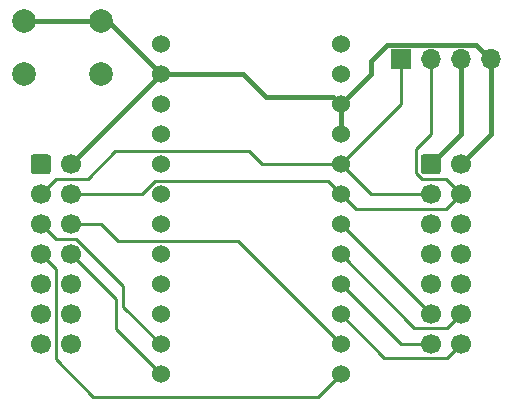
<source format=gbr>
%TF.GenerationSoftware,KiCad,Pcbnew,(5.1.10-1-10_14)*%
%TF.CreationDate,2021-11-08T13:35:50+08:00*%
%TF.ProjectId,Pragmatic,50726167-6d61-4746-9963-2e6b69636164,V0.1*%
%TF.SameCoordinates,Original*%
%TF.FileFunction,Copper,L2,Bot*%
%TF.FilePolarity,Positive*%
%FSLAX46Y46*%
G04 Gerber Fmt 4.6, Leading zero omitted, Abs format (unit mm)*
G04 Created by KiCad (PCBNEW (5.1.10-1-10_14)) date 2021-11-08 13:35:50*
%MOMM*%
%LPD*%
G01*
G04 APERTURE LIST*
%TA.AperFunction,ComponentPad*%
%ADD10O,1.700000X1.700000*%
%TD*%
%TA.AperFunction,ComponentPad*%
%ADD11R,1.700000X1.700000*%
%TD*%
%TA.AperFunction,ComponentPad*%
%ADD12C,2.000000*%
%TD*%
%TA.AperFunction,ComponentPad*%
%ADD13C,1.524000*%
%TD*%
%TA.AperFunction,ComponentPad*%
%ADD14C,1.700000*%
%TD*%
%TA.AperFunction,Conductor*%
%ADD15C,0.250000*%
%TD*%
%TA.AperFunction,Conductor*%
%ADD16C,0.400000*%
%TD*%
G04 APERTURE END LIST*
D10*
%TO.P,J3,4*%
%TO.N,Ground*%
X160020000Y-50800000D03*
%TO.P,J3,3*%
%TO.N,VCC*%
X157480000Y-50800000D03*
%TO.P,J3,2*%
%TO.N,Row2*%
X154940000Y-50800000D03*
D11*
%TO.P,J3,1*%
%TO.N,Row1*%
X152400000Y-50800000D03*
%TD*%
D12*
%TO.P,SW1,1*%
%TO.N,Reset*%
X120500000Y-52070000D03*
%TO.P,SW1,2*%
%TO.N,Ground*%
X120500000Y-47570000D03*
%TO.P,SW1,1*%
%TO.N,Reset*%
X127000000Y-52070000D03*
%TO.P,SW1,2*%
%TO.N,Ground*%
X127000000Y-47570000D03*
%TD*%
D13*
%TO.P,U1,24*%
%TO.N,Net-(U1-Pad24)*%
X132080000Y-49530000D03*
%TO.P,U1,23*%
%TO.N,Ground*%
X132080000Y-52070000D03*
%TO.P,U1,22*%
%TO.N,Reset*%
X132080000Y-54610000D03*
%TO.P,U1,21*%
%TO.N,VCC*%
X132080000Y-57150000D03*
%TO.P,U1,20*%
%TO.N,Col1*%
X132080000Y-59690000D03*
%TO.P,U1,19*%
%TO.N,Col2*%
X132080000Y-62230000D03*
%TO.P,U1,18*%
%TO.N,Col3*%
X132080000Y-64770000D03*
%TO.P,U1,17*%
%TO.N,Col4*%
X132080000Y-67310000D03*
%TO.P,U1,16*%
%TO.N,Col5*%
X132080000Y-69850000D03*
%TO.P,U1,15*%
%TO.N,Col6*%
X132080000Y-72390000D03*
%TO.P,U1,14*%
%TO.N,Row3*%
X132080000Y-74930000D03*
%TO.P,U1,13*%
%TO.N,Row6*%
X132080000Y-77470000D03*
%TO.P,U1,12*%
%TO.N,Row5*%
X147300000Y-77470000D03*
%TO.P,U1,11*%
%TO.N,Row4*%
X147300000Y-74930000D03*
%TO.P,U1,10*%
%TO.N,Col12*%
X147300000Y-72390000D03*
%TO.P,U1,9*%
%TO.N,Col11*%
X147300000Y-69850000D03*
%TO.P,U1,8*%
%TO.N,Col10*%
X147300000Y-67310000D03*
%TO.P,U1,7*%
%TO.N,Col9*%
X147300000Y-64770000D03*
%TO.P,U1,6*%
%TO.N,Row2*%
X147300000Y-62230000D03*
%TO.P,U1,5*%
%TO.N,Row1*%
X147300000Y-59690000D03*
%TO.P,U1,4*%
%TO.N,Ground*%
X147300000Y-57150000D03*
%TO.P,U1,3*%
X147300000Y-54610000D03*
%TO.P,U1,2*%
%TO.N,Col8*%
X147300000Y-52070000D03*
%TO.P,U1,1*%
%TO.N,Col7*%
X147300000Y-49530000D03*
%TD*%
D14*
%TO.P,J2,14*%
%TO.N,Col12*%
X157480000Y-74930000D03*
%TO.P,J2,12*%
%TO.N,Col10*%
X157480000Y-72390000D03*
%TO.P,J2,10*%
%TO.N,Col8*%
X157480000Y-69850000D03*
%TO.P,J2,8*%
%TO.N,Row6*%
X157480000Y-67310000D03*
%TO.P,J2,6*%
%TO.N,Row4*%
X157480000Y-64770000D03*
%TO.P,J2,4*%
%TO.N,Row2*%
X157480000Y-62230000D03*
%TO.P,J2,2*%
%TO.N,Ground*%
X157480000Y-59690000D03*
%TO.P,J2,13*%
%TO.N,Col11*%
X154940000Y-74930000D03*
%TO.P,J2,11*%
%TO.N,Col9*%
X154940000Y-72390000D03*
%TO.P,J2,9*%
%TO.N,Col7*%
X154940000Y-69850000D03*
%TO.P,J2,7*%
%TO.N,Row5*%
X154940000Y-67310000D03*
%TO.P,J2,5*%
%TO.N,Row3*%
X154940000Y-64770000D03*
%TO.P,J2,3*%
%TO.N,Row1*%
X154940000Y-62230000D03*
%TO.P,J2,1*%
%TO.N,VCC*%
%TA.AperFunction,ComponentPad*%
G36*
G01*
X154090000Y-60290000D02*
X154090000Y-59090000D01*
G75*
G02*
X154340000Y-58840000I250000J0D01*
G01*
X155540000Y-58840000D01*
G75*
G02*
X155790000Y-59090000I0J-250000D01*
G01*
X155790000Y-60290000D01*
G75*
G02*
X155540000Y-60540000I-250000J0D01*
G01*
X154340000Y-60540000D01*
G75*
G02*
X154090000Y-60290000I0J250000D01*
G01*
G37*
%TD.AperFunction*%
%TD*%
%TO.P,J1,14*%
%TO.N,Col6*%
X124460000Y-74930000D03*
%TO.P,J1,12*%
%TO.N,Col4*%
X124460000Y-72390000D03*
%TO.P,J1,10*%
%TO.N,Col2*%
X124460000Y-69850000D03*
%TO.P,J1,8*%
%TO.N,Row6*%
X124460000Y-67310000D03*
%TO.P,J1,6*%
%TO.N,Row4*%
X124460000Y-64770000D03*
%TO.P,J1,4*%
%TO.N,Row2*%
X124460000Y-62230000D03*
%TO.P,J1,2*%
%TO.N,Ground*%
X124460000Y-59690000D03*
%TO.P,J1,13*%
%TO.N,Col5*%
X121920000Y-74930000D03*
%TO.P,J1,11*%
%TO.N,Col3*%
X121920000Y-72390000D03*
%TO.P,J1,9*%
%TO.N,Col1*%
X121920000Y-69850000D03*
%TO.P,J1,7*%
%TO.N,Row5*%
X121920000Y-67310000D03*
%TO.P,J1,5*%
%TO.N,Row3*%
X121920000Y-64770000D03*
%TO.P,J1,3*%
%TO.N,Row1*%
X121920000Y-62230000D03*
%TO.P,J1,1*%
%TO.N,VCC*%
%TA.AperFunction,ComponentPad*%
G36*
G01*
X121070000Y-60290000D02*
X121070000Y-59090000D01*
G75*
G02*
X121320000Y-58840000I250000J0D01*
G01*
X122520000Y-58840000D01*
G75*
G02*
X122770000Y-59090000I0J-250000D01*
G01*
X122770000Y-60290000D01*
G75*
G02*
X122520000Y-60540000I-250000J0D01*
G01*
X121320000Y-60540000D01*
G75*
G02*
X121070000Y-60290000I0J250000D01*
G01*
G37*
%TD.AperFunction*%
%TD*%
D15*
%TO.N,Row1*%
X152400000Y-54590000D02*
X152400000Y-50800000D01*
X147300000Y-59690000D02*
X152400000Y-54590000D01*
X149840000Y-62230000D02*
X147300000Y-59690000D01*
X154940000Y-62230000D02*
X149840000Y-62230000D01*
X140642500Y-59690000D02*
X147300000Y-59690000D01*
X139555499Y-58602999D02*
X140642500Y-59690000D01*
X123190000Y-60960000D02*
X125878119Y-60960000D01*
X128235120Y-58602999D02*
X139555499Y-58602999D01*
X125878119Y-60960000D02*
X128235120Y-58602999D01*
X121920000Y-62230000D02*
X123190000Y-60960000D01*
D16*
%TO.N,Ground*%
X127580000Y-47570000D02*
X127000000Y-47570000D01*
X132080000Y-52070000D02*
X127580000Y-47570000D01*
X127000000Y-47570000D02*
X120500000Y-47570000D01*
X147300000Y-54610000D02*
X147300000Y-57150000D01*
X132080000Y-52070000D02*
X124460000Y-59690000D01*
X160020000Y-57150000D02*
X157480000Y-59690000D01*
X160020000Y-50800000D02*
X160020000Y-57150000D01*
X151229999Y-49549999D02*
X158769999Y-49549999D01*
X149860000Y-50919998D02*
X151229999Y-49549999D01*
X149860000Y-52050000D02*
X149860000Y-50919998D01*
X158769999Y-49549999D02*
X160020000Y-50800000D01*
X147300000Y-54610000D02*
X149860000Y-52050000D01*
X146665000Y-53975000D02*
X147300000Y-54610000D01*
X139065000Y-52070000D02*
X140970000Y-53975000D01*
X140970000Y-53975000D02*
X146665000Y-53975000D01*
X132080000Y-52070000D02*
X139065000Y-52070000D01*
%TO.N,VCC*%
X157480000Y-57150000D02*
X154940000Y-59690000D01*
X157480000Y-50800000D02*
X157480000Y-57150000D01*
D15*
%TO.N,Col9*%
X154920000Y-72390000D02*
X154940000Y-72390000D01*
X147300000Y-64770000D02*
X154920000Y-72390000D01*
%TO.N,Row3*%
X123190000Y-66040000D02*
X121920000Y-64770000D01*
X124929002Y-66040000D02*
X123190000Y-66040000D01*
X128905000Y-70015998D02*
X124929002Y-66040000D01*
X128905000Y-71755000D02*
X128905000Y-70015998D01*
X132080000Y-74930000D02*
X128905000Y-71755000D01*
%TO.N,Row5*%
X126365000Y-79375000D02*
X145395000Y-79375000D01*
X145395000Y-79375000D02*
X147300000Y-77470000D01*
X123190000Y-76200000D02*
X126365000Y-79375000D01*
X123190000Y-68580000D02*
X123190000Y-76200000D01*
X121920000Y-67310000D02*
X123190000Y-68580000D01*
%TO.N,Row6*%
X128270000Y-71120000D02*
X124460000Y-67310000D01*
X128270000Y-73660000D02*
X128270000Y-71120000D01*
X132080000Y-77470000D02*
X128270000Y-73660000D01*
%TO.N,Row4*%
X138592999Y-66222999D02*
X147300000Y-74930000D01*
X128452999Y-66222999D02*
X138592999Y-66222999D01*
X127000000Y-64770000D02*
X128452999Y-66222999D01*
X124460000Y-64770000D02*
X127000000Y-64770000D01*
%TO.N,Row2*%
X154940000Y-57150000D02*
X154940000Y-50800000D01*
X153670000Y-60433190D02*
X153670000Y-58420000D01*
X153670000Y-58420000D02*
X154940000Y-57150000D01*
X154196810Y-60960000D02*
X153670000Y-60433190D01*
X156210000Y-60960000D02*
X154196810Y-60960000D01*
X157480000Y-62230000D02*
X156210000Y-60960000D01*
X148570000Y-63500000D02*
X147300000Y-62230000D01*
X156210000Y-63500000D02*
X148570000Y-63500000D01*
X157480000Y-62230000D02*
X156210000Y-63500000D01*
X146212999Y-61142999D02*
X147300000Y-62230000D01*
X131558239Y-61142999D02*
X146212999Y-61142999D01*
X130471238Y-62230000D02*
X131558239Y-61142999D01*
X124460000Y-62230000D02*
X130471238Y-62230000D01*
%TO.N,Col12*%
X156304999Y-76105001D02*
X157480000Y-74930000D01*
X151015001Y-76105001D02*
X156304999Y-76105001D01*
X147300000Y-72390000D02*
X151015001Y-76105001D01*
%TO.N,Col11*%
X152380000Y-74930000D02*
X147300000Y-69850000D01*
X154940000Y-74930000D02*
X152380000Y-74930000D01*
%TO.N,Col10*%
X153555001Y-73565001D02*
X147300000Y-67310000D01*
X156304999Y-73565001D02*
X153555001Y-73565001D01*
X157480000Y-72390000D02*
X156304999Y-73565001D01*
%TD*%
M02*

</source>
